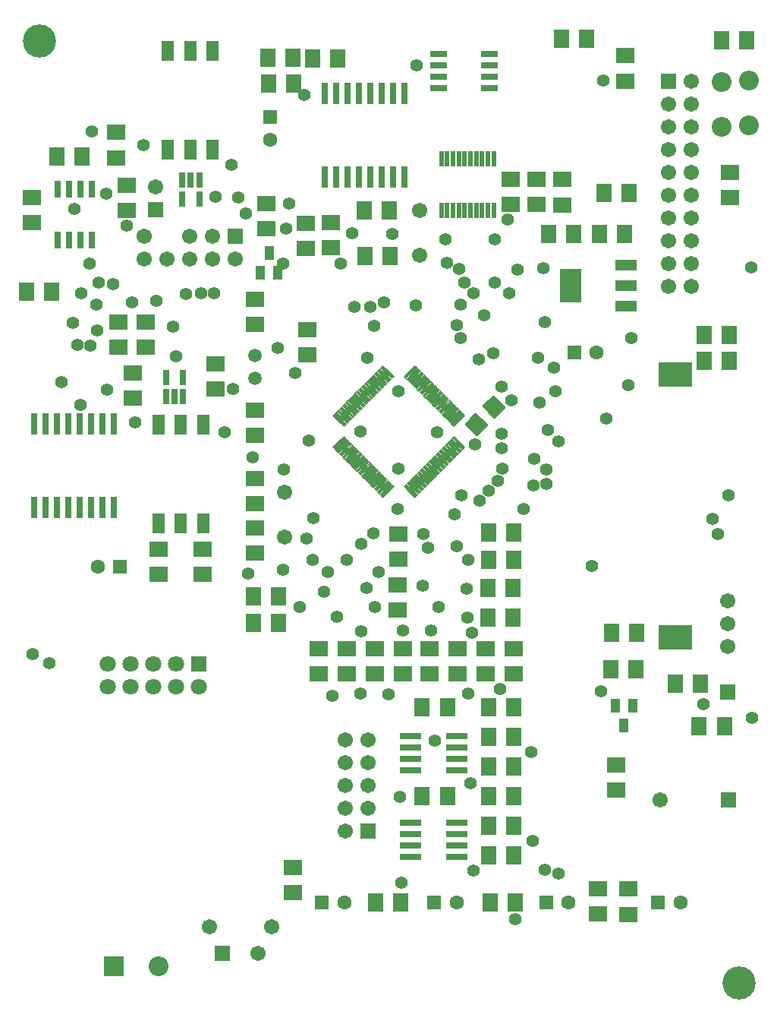
<source format=gts>
%FSLAX43Y43*%
%MOMM*%
G71*
G01*
G75*
%ADD10C,0.300*%
%ADD11R,1.600X1.800*%
%ADD12R,1.800X1.600*%
%ADD13R,3.500X2.600*%
%ADD14R,2.200X0.550*%
%ADD15R,2.200X0.550*%
%ADD16R,0.300X1.600*%
%ADD17C,0.075*%
%ADD18R,0.600X2.150*%
%ADD19R,1.200X2.000*%
%ADD20R,0.550X1.450*%
%ADD21R,0.550X1.450*%
%ADD22R,0.600X1.700*%
%ADD23R,0.850X1.300*%
%ADD24R,0.600X2.150*%
%ADD25R,1.700X0.600*%
%ADD26R,2.150X1.100*%
%ADD27R,2.150X1.100*%
%ADD28R,2.150X3.500*%
%ADD29C,0.400*%
%ADD30C,0.600*%
%ADD31C,0.500*%
%ADD32C,0.800*%
%ADD33C,1.600*%
%ADD34C,1.600*%
%ADD35R,1.600X1.600*%
%ADD36C,3.500*%
%ADD37C,2.000*%
%ADD38R,2.000X2.000*%
%ADD39R,1.400X1.400*%
%ADD40C,1.400*%
%ADD41C,1.300*%
%ADD42R,1.500X1.500*%
%ADD43C,1.500*%
%ADD44C,1.500*%
%ADD45C,1.200*%
%ADD46R,1.803X2.003*%
%ADD47R,2.003X1.803*%
%ADD48R,3.703X2.803*%
%ADD49R,2.403X0.753*%
%ADD50R,2.403X0.753*%
%ADD51R,0.503X1.803*%
%ADD52R,0.803X2.353*%
%ADD53R,1.403X2.203*%
%ADD54R,0.753X1.653*%
%ADD55R,0.753X1.653*%
%ADD56R,0.803X1.903*%
%ADD57R,1.053X1.503*%
%ADD58R,0.803X2.353*%
%ADD59R,1.903X0.803*%
%ADD60R,2.353X1.303*%
%ADD61R,2.353X1.303*%
%ADD62R,2.353X3.703*%
%ADD63C,1.803*%
%ADD64C,1.803*%
%ADD65R,1.803X1.803*%
%ADD66C,3.703*%
%ADD67C,2.203*%
%ADD68R,2.203X2.203*%
%ADD69R,1.603X1.603*%
%ADD70C,1.603*%
%ADD71C,1.503*%
%ADD72R,1.703X1.703*%
%ADD73C,1.703*%
%ADD74C,1.703*%
%ADD75C,1.403*%
D17*
X36477Y62934D02*
X36174Y63236D01*
X37396Y64458D01*
X37699Y64156D01*
X36477Y62934D01*
Y63022D02*
X36263Y63236D01*
X37396Y64370D01*
X37611Y64156D01*
X36477Y63022D01*
Y63110D02*
X36351Y63236D01*
X37396Y64282D01*
X37522Y64156D01*
X36477Y63110D01*
Y63199D02*
X36440Y63236D01*
X37396Y64193D01*
X37434Y64156D01*
X36477Y63199D01*
X36512Y63253D02*
X37362Y64139D01*
X36831Y62580D02*
X36528Y62883D01*
X37750Y64105D01*
X38053Y63802D01*
X36831Y62580D01*
Y62668D02*
X36616Y62883D01*
X37750Y64016D01*
X37964Y63802D01*
X36831Y62668D01*
Y62757D02*
X36705Y62883D01*
X37750Y63928D01*
X37876Y63802D01*
X36831Y62757D01*
Y62845D02*
X36793Y62883D01*
X37750Y63840D01*
X37788Y63802D01*
X36831Y62845D01*
X36865Y62899D02*
X37716Y63786D01*
X37184Y62226D02*
X36881Y62529D01*
X38104Y63751D01*
X38406Y63449D01*
X37184Y62226D01*
Y62315D02*
X36970Y62529D01*
X38104Y63663D01*
X38318Y63449D01*
X37184Y62315D01*
Y62403D02*
X37058Y62529D01*
X38104Y63575D01*
X38230Y63449D01*
X37184Y62403D01*
Y62492D02*
X37147Y62529D01*
X38104Y63486D01*
X38141Y63449D01*
X37184Y62492D01*
X37219Y62546D02*
X38069Y63432D01*
X37538Y61873D02*
X37235Y62176D01*
X38457Y63398D01*
X38760Y63095D01*
X37538Y61873D01*
Y61961D02*
X37323Y62176D01*
X38457Y63309D01*
X38671Y63095D01*
X37538Y61961D01*
Y62050D02*
X37412Y62176D01*
X38457Y63221D01*
X38583Y63095D01*
X37538Y62050D01*
Y62138D02*
X37500Y62176D01*
X38457Y63133D01*
X38495Y63095D01*
X37538Y62138D01*
X37572Y62192D02*
X38423Y63079D01*
X37891Y61519D02*
X37589Y61822D01*
X38811Y63044D01*
X39113Y62741D01*
X37891Y61519D01*
Y61608D02*
X37677Y61822D01*
X38811Y62956D01*
X39025Y62741D01*
X37891Y61608D01*
Y61696D02*
X37765Y61822D01*
X38811Y62867D01*
X38937Y62741D01*
X37891Y61696D01*
Y61785D02*
X37854Y61822D01*
X38811Y62779D01*
X38848Y62741D01*
X37891Y61785D01*
X37926Y61839D02*
X38776Y62725D01*
X38245Y61166D02*
X37942Y61469D01*
X39164Y62691D01*
X39467Y62388D01*
X38245Y61166D01*
Y61254D02*
X38031Y61469D01*
X39164Y62602D01*
X39379Y62388D01*
X38245Y61254D01*
Y61343D02*
X38119Y61469D01*
X39164Y62514D01*
X39290Y62388D01*
X38245Y61343D01*
Y61431D02*
X38207Y61469D01*
X39164Y62425D01*
X39202Y62388D01*
X38245Y61431D01*
X38279Y61485D02*
X39130Y62371D01*
X38598Y60812D02*
X38296Y61115D01*
X39518Y62337D01*
X39821Y62034D01*
X38598Y60812D01*
Y60901D02*
X38384Y61115D01*
X39518Y62249D01*
X39732Y62034D01*
X38598Y60901D01*
Y60989D02*
X38472Y61115D01*
X39518Y62160D01*
X39644Y62034D01*
X38598Y60989D01*
Y61077D02*
X38561Y61115D01*
X39518Y62072D01*
X39555Y62034D01*
X38598Y61077D01*
X38633Y61131D02*
X39483Y62018D01*
X39659Y59752D02*
X39356Y60054D01*
X40578Y61276D01*
X40881Y60974D01*
X39659Y59752D01*
Y59840D02*
X39445Y60054D01*
X40578Y61188D01*
X40793Y60974D01*
X39659Y59840D01*
Y59928D02*
X39533Y60054D01*
X40578Y61100D01*
X40704Y60974D01*
X39659Y59928D01*
Y60017D02*
X39621Y60054D01*
X40578Y61011D01*
X40616Y60974D01*
X39659Y60017D01*
X39693Y60071D02*
X40544Y60957D01*
X40013Y59398D02*
X39710Y59701D01*
X40932Y60923D01*
X41235Y60620D01*
X40013Y59398D01*
Y59486D02*
X39798Y59701D01*
X40932Y60834D01*
X41146Y60620D01*
X40013Y59486D01*
Y59575D02*
X39887Y59701D01*
X40932Y60746D01*
X41058Y60620D01*
X40013Y59575D01*
Y59663D02*
X39975Y59701D01*
X40932Y60658D01*
X40970Y60620D01*
X40013Y59663D01*
X40047Y59717D02*
X40898Y60604D01*
X40366Y59045D02*
X40063Y59347D01*
X41285Y60569D01*
X41588Y60267D01*
X40366Y59045D01*
Y59133D02*
X40152Y59347D01*
X41285Y60481D01*
X41500Y60267D01*
X40366Y59133D01*
Y59221D02*
X40240Y59347D01*
X41285Y60393D01*
X41411Y60267D01*
X40366Y59221D01*
Y59310D02*
X40329Y59347D01*
X41285Y60304D01*
X41323Y60267D01*
X40366Y59310D01*
X40401Y59364D02*
X41251Y60250D01*
X40720Y58691D02*
X40417Y58994D01*
X41639Y60216D01*
X41942Y59913D01*
X40720Y58691D01*
Y58779D02*
X40505Y58994D01*
X41639Y60127D01*
X41853Y59913D01*
X40720Y58779D01*
Y58868D02*
X40594Y58994D01*
X41639Y60039D01*
X41765Y59913D01*
X40720Y58868D01*
Y58956D02*
X40682Y58994D01*
X41639Y59951D01*
X41677Y59913D01*
X40720Y58956D01*
X40754Y59010D02*
X41605Y59897D01*
X41427Y57984D02*
X41124Y58287D01*
X42346Y59509D01*
X42649Y59206D01*
X41427Y57984D01*
Y58072D02*
X41213Y58287D01*
X42346Y59420D01*
X42561Y59206D01*
X41427Y58072D01*
Y58161D02*
X41301Y58287D01*
X42346Y59332D01*
X42472Y59206D01*
X41427Y58161D01*
Y58249D02*
X41389Y58287D01*
X42346Y59243D01*
X42384Y59206D01*
X41427Y58249D01*
X41461Y58303D02*
X42312Y59189D01*
X45972Y58287D02*
X45670Y57984D01*
X44448Y59206D01*
X44750Y59509D01*
X45972Y58287D01*
X45884D02*
X45670Y58072D01*
X44536Y59206D01*
X44750Y59420D01*
X45884Y58287D01*
X45796D02*
X45670Y58161D01*
X44624Y59206D01*
X44750Y59332D01*
X45796Y58287D01*
X45707D02*
X45670Y58249D01*
X44713Y59206D01*
X44750Y59243D01*
X45707Y58287D01*
X45653Y58321D02*
X44767Y59172D01*
X46326Y58640D02*
X46023Y58337D01*
X44801Y59559D01*
X45104Y59862D01*
X46326Y58640D01*
X46237D02*
X46023Y58426D01*
X44889Y59559D01*
X45104Y59774D01*
X46237Y58640D01*
X46149D02*
X46023Y58514D01*
X44978Y59559D01*
X45104Y59685D01*
X46149Y58640D01*
X46061D02*
X46023Y58603D01*
X45066Y59559D01*
X45104Y59597D01*
X46061Y58640D01*
X46007Y58675D02*
X45120Y59525D01*
X47033Y59347D02*
X46730Y59044D01*
X45508Y60267D01*
X45811Y60569D01*
X47033Y59347D01*
X46945D02*
X46730Y59133D01*
X45597Y60267D01*
X45811Y60481D01*
X46945Y59347D01*
X46856D02*
X46730Y59221D01*
X45685Y60267D01*
X45811Y60393D01*
X46856Y59347D01*
X46768D02*
X46730Y59310D01*
X45773Y60267D01*
X45811Y60304D01*
X46768Y59347D01*
X46714Y59382D02*
X45827Y60232D01*
X47387Y59701D02*
X47084Y59398D01*
X45862Y60620D01*
X46164Y60923D01*
X47387Y59701D01*
X47298D02*
X47084Y59486D01*
X45950Y60620D01*
X46164Y60835D01*
X47298Y59701D01*
X47210D02*
X47084Y59575D01*
X46038Y60620D01*
X46164Y60746D01*
X47210Y59701D01*
X47121D02*
X47084Y59663D01*
X46127Y60620D01*
X46164Y60658D01*
X47121Y59701D01*
X47067Y59735D02*
X46181Y60586D01*
X48094Y60408D02*
X47791Y60105D01*
X46569Y61327D01*
X46872Y61630D01*
X48094Y60408D01*
X48005D02*
X47791Y60193D01*
X46657Y61327D01*
X46872Y61542D01*
X48005Y60408D01*
X47917D02*
X47791Y60282D01*
X46746Y61327D01*
X46872Y61453D01*
X47917Y60408D01*
X47828D02*
X47791Y60370D01*
X46834Y61327D01*
X46872Y61365D01*
X47828Y60408D01*
X47774Y60442D02*
X46888Y61293D01*
X48447Y60762D02*
X48144Y60459D01*
X46922Y61681D01*
X47225Y61984D01*
X48447Y60762D01*
X48359D02*
X48144Y60547D01*
X47011Y61681D01*
X47225Y61895D01*
X48359Y60762D01*
X48270D02*
X48144Y60635D01*
X47099Y61681D01*
X47225Y61807D01*
X48270Y60762D01*
X48182D02*
X48144Y60724D01*
X47188Y61681D01*
X47225Y61718D01*
X48182Y60762D01*
X48128Y60796D02*
X47242Y61646D01*
X48801Y61115D02*
X48498Y60812D01*
X47276Y62034D01*
X47579Y62337D01*
X48801Y61115D01*
X48712D02*
X48498Y60901D01*
X47364Y62034D01*
X47579Y62249D01*
X48712Y61115D01*
X48624D02*
X48498Y60989D01*
X47453Y62034D01*
X47579Y62160D01*
X48624Y61115D01*
X48536D02*
X48498Y61077D01*
X47541Y62034D01*
X47579Y62072D01*
X48536Y61115D01*
X48482Y61149D02*
X47595Y62000D01*
X49154Y61469D02*
X48852Y61166D01*
X47630Y62388D01*
X47932Y62691D01*
X49154Y61469D01*
X49066D02*
X48852Y61254D01*
X47718Y62388D01*
X47932Y62602D01*
X49066Y61469D01*
X48978D02*
X48852Y61343D01*
X47806Y62388D01*
X47932Y62514D01*
X48978Y61469D01*
X48889D02*
X48852Y61431D01*
X47895Y62388D01*
X47932Y62425D01*
X48889Y61469D01*
X48835Y61503D02*
X47949Y62353D01*
X49861Y62176D02*
X49559Y61873D01*
X48337Y63095D01*
X48639Y63398D01*
X49861Y62176D01*
X49773D02*
X49559Y61961D01*
X48425Y63095D01*
X48639Y63309D01*
X49773Y62176D01*
X49685D02*
X49559Y62050D01*
X48513Y63095D01*
X48639Y63221D01*
X49685Y62176D01*
X49596D02*
X49559Y62138D01*
X48602Y63095D01*
X48639Y63133D01*
X49596Y62176D01*
X49542Y62210D02*
X48656Y63061D01*
X50215Y62529D02*
X49912Y62226D01*
X48690Y63449D01*
X48993Y63751D01*
X50215Y62529D01*
X50127D02*
X49912Y62315D01*
X48779Y63449D01*
X48993Y63663D01*
X50127Y62529D01*
X50038D02*
X49912Y62403D01*
X48867Y63449D01*
X48993Y63575D01*
X50038Y62529D01*
X49950D02*
X49912Y62492D01*
X48955Y63449D01*
X48993Y63486D01*
X49950Y62529D01*
X49896Y62564D02*
X49009Y63414D01*
X50569Y62883D02*
X50266Y62580D01*
X49044Y63802D01*
X49347Y64105D01*
X50569Y62883D01*
X50480D02*
X50266Y62668D01*
X49132Y63802D01*
X49347Y64016D01*
X50480Y62883D01*
X50392D02*
X50266Y62757D01*
X49221Y63802D01*
X49347Y63928D01*
X50392Y62883D01*
X50303D02*
X50266Y62845D01*
X49309Y63802D01*
X49347Y63840D01*
X50303Y62883D01*
X50249Y62917D02*
X49363Y63768D01*
X50922Y63236D02*
X50619Y62934D01*
X49397Y64156D01*
X49700Y64458D01*
X50922Y63236D01*
X50834D02*
X50619Y63022D01*
X49486Y64156D01*
X49700Y64370D01*
X50834Y63236D01*
X50745D02*
X50619Y63110D01*
X49574Y64156D01*
X49700Y64282D01*
X50745Y63236D01*
X50657D02*
X50619Y63199D01*
X49662Y64156D01*
X49700Y64193D01*
X50657Y63236D01*
X50603Y63271D02*
X49716Y64121D01*
X44397Y70853D02*
X44094Y71156D01*
X45316Y72378D01*
X45619Y72075D01*
X44397Y70853D01*
Y70942D02*
X44182Y71156D01*
X45316Y72290D01*
X45530Y72075D01*
X44397Y70942D01*
Y71030D02*
X44271Y71156D01*
X45316Y72201D01*
X45442Y72075D01*
X44397Y71030D01*
Y71118D02*
X44359Y71156D01*
X45316Y72113D01*
X45354Y72075D01*
X44397Y71118D01*
X44431Y71172D02*
X45282Y72059D01*
X44750Y70500D02*
X44448Y70802D01*
X45670Y72024D01*
X45972Y71722D01*
X44750Y70500D01*
Y70588D02*
X44536Y70802D01*
X45670Y71936D01*
X45884Y71722D01*
X44750Y70588D01*
Y70676D02*
X44624Y70802D01*
X45670Y71848D01*
X45796Y71722D01*
X44750Y70676D01*
Y70765D02*
X44713Y70802D01*
X45670Y71759D01*
X45707Y71722D01*
X44750Y70765D01*
X44785Y70819D02*
X45635Y71705D01*
X45104Y70146D02*
X44801Y70449D01*
X46023Y71671D01*
X46326Y71368D01*
X45104Y70146D01*
Y70234D02*
X44889Y70449D01*
X46023Y71582D01*
X46237Y71368D01*
X45104Y70234D01*
Y70323D02*
X44978Y70449D01*
X46023Y71494D01*
X46149Y71368D01*
X45104Y70323D01*
Y70411D02*
X45066Y70449D01*
X46023Y71406D01*
X46061Y71368D01*
X45104Y70411D01*
X45138Y70465D02*
X45989Y71352D01*
X45457Y69793D02*
X45155Y70095D01*
X46377Y71317D01*
X46679Y71015D01*
X45457Y69793D01*
Y69881D02*
X45243Y70095D01*
X46377Y71229D01*
X46591Y71015D01*
X45457Y69881D01*
Y69969D02*
X45331Y70095D01*
X46377Y71141D01*
X46503Y71015D01*
X45457Y69969D01*
Y70058D02*
X45420Y70095D01*
X46377Y71052D01*
X46414Y71015D01*
X45457Y70058D01*
X45492Y70112D02*
X46342Y70998D01*
X45811Y69439D02*
X45508Y69742D01*
X46730Y70964D01*
X47033Y70661D01*
X45811Y69439D01*
Y69527D02*
X45597Y69742D01*
X46730Y70875D01*
X46945Y70661D01*
X45811Y69527D01*
Y69616D02*
X45685Y69742D01*
X46730Y70787D01*
X46856Y70661D01*
X45811Y69616D01*
Y69704D02*
X45773Y69742D01*
X46730Y70699D01*
X46768Y70661D01*
X45811Y69704D01*
X45845Y69758D02*
X46696Y70645D01*
X46165Y69085D02*
X45862Y69388D01*
X47084Y70610D01*
X47387Y70307D01*
X46165Y69085D01*
Y69174D02*
X45950Y69388D01*
X47084Y70522D01*
X47298Y70307D01*
X46165Y69174D01*
Y69262D02*
X46039Y69388D01*
X47084Y70433D01*
X47210Y70307D01*
X46165Y69262D01*
Y69351D02*
X46127Y69388D01*
X47084Y70345D01*
X47121Y70307D01*
X46165Y69351D01*
X46199Y69405D02*
X47049Y70291D01*
X46518Y68732D02*
X46215Y69035D01*
X47437Y70257D01*
X47740Y69954D01*
X46518Y68732D01*
Y68820D02*
X46304Y69035D01*
X47437Y70168D01*
X47652Y69954D01*
X46518Y68820D01*
Y68909D02*
X46392Y69035D01*
X47437Y70080D01*
X47563Y69954D01*
X46518Y68909D01*
Y68997D02*
X46480Y69035D01*
X47437Y69992D01*
X47475Y69954D01*
X46518Y68997D01*
X46552Y69051D02*
X47403Y69937D01*
X46872Y68378D02*
X46569Y68681D01*
X47791Y69903D01*
X48094Y69600D01*
X46872Y68378D01*
Y68467D02*
X46657Y68681D01*
X47791Y69815D01*
X48005Y69600D01*
X46872Y68467D01*
Y68555D02*
X46746Y68681D01*
X47791Y69726D01*
X47917Y69600D01*
X46872Y68555D01*
Y68643D02*
X46834Y68681D01*
X47791Y69638D01*
X47828Y69600D01*
X46872Y68643D01*
X46906Y68698D02*
X47757Y69584D01*
X47225Y68025D02*
X46922Y68328D01*
X48144Y69550D01*
X48447Y69247D01*
X47225Y68025D01*
Y68113D02*
X47011Y68328D01*
X48144Y69461D01*
X48359Y69247D01*
X47225Y68113D01*
Y68202D02*
X47099Y68328D01*
X48144Y69373D01*
X48270Y69247D01*
X47225Y68202D01*
Y68290D02*
X47188Y68328D01*
X48144Y69284D01*
X48182Y69247D01*
X47225Y68290D01*
X47260Y68344D02*
X48110Y69230D01*
X47579Y67671D02*
X47276Y67974D01*
X48498Y69196D01*
X48801Y68893D01*
X47579Y67671D01*
Y67760D02*
X47364Y67974D01*
X48498Y69108D01*
X48712Y68893D01*
X47579Y67760D01*
Y67848D02*
X47453Y67974D01*
X48498Y69019D01*
X48624Y68893D01*
X47579Y67848D01*
Y67936D02*
X47541Y67974D01*
X48498Y68931D01*
X48536Y68893D01*
X47579Y67936D01*
X47613Y67990D02*
X48464Y68877D01*
X47932Y67318D02*
X47630Y67620D01*
X48852Y68842D01*
X49154Y68540D01*
X47932Y67318D01*
Y67406D02*
X47718Y67620D01*
X48852Y68754D01*
X49066Y68540D01*
X47932Y67406D01*
Y67494D02*
X47806Y67620D01*
X48852Y68666D01*
X48978Y68540D01*
X47932Y67494D01*
Y67583D02*
X47895Y67620D01*
X48852Y68577D01*
X48889Y68540D01*
X47932Y67583D01*
X47967Y67637D02*
X48817Y68523D01*
X48286Y66964D02*
X47983Y67267D01*
X49205Y68489D01*
X49508Y68186D01*
X48286Y66964D01*
Y67052D02*
X48071Y67267D01*
X49205Y68401D01*
X49420Y68186D01*
X48286Y67052D01*
Y67141D02*
X48160Y67267D01*
X49205Y68312D01*
X49331Y68186D01*
X48286Y67141D01*
Y67229D02*
X48248Y67267D01*
X49205Y68224D01*
X49243Y68186D01*
X48286Y67229D01*
X48320Y67283D02*
X49171Y68170D01*
X48639Y66611D02*
X48337Y66913D01*
X49559Y68135D01*
X49861Y67833D01*
X48639Y66611D01*
Y66699D02*
X48425Y66913D01*
X49559Y68047D01*
X49773Y67833D01*
X48639Y66699D01*
Y66787D02*
X48513Y66913D01*
X49559Y67959D01*
X49685Y67833D01*
X48639Y66787D01*
Y66876D02*
X48602Y66913D01*
X49559Y67870D01*
X49596Y67833D01*
X48639Y66876D01*
X48674Y66930D02*
X49524Y67816D01*
X48993Y66257D02*
X48690Y66560D01*
X49912Y67782D01*
X50215Y67479D01*
X48993Y66257D01*
Y66345D02*
X48779Y66560D01*
X49912Y67693D01*
X50127Y67479D01*
X48993Y66345D01*
Y66434D02*
X48867Y66560D01*
X49912Y67605D01*
X50038Y67479D01*
X48993Y66434D01*
Y66522D02*
X48955Y66560D01*
X49912Y67517D01*
X49950Y67479D01*
X48993Y66522D01*
X49027Y66576D02*
X49878Y67463D01*
X49347Y65903D02*
X49044Y66206D01*
X50266Y67428D01*
X50569Y67125D01*
X49347Y65903D01*
Y65992D02*
X49132Y66206D01*
X50266Y67340D01*
X50480Y67125D01*
X49347Y65992D01*
Y66080D02*
X49221Y66206D01*
X50266Y67251D01*
X50392Y67125D01*
X49347Y66080D01*
Y66169D02*
X49309Y66206D01*
X50266Y67163D01*
X50303Y67125D01*
X49347Y66169D01*
X49381Y66223D02*
X50231Y67109D01*
X37699Y65853D02*
X37396Y65550D01*
X36174Y66772D01*
X36477Y67075D01*
X37699Y65853D01*
X37611D02*
X37396Y65638D01*
X36263Y66772D01*
X36477Y66986D01*
X37611Y65853D01*
X37522D02*
X37396Y65727D01*
X36351Y66772D01*
X36477Y66898D01*
X37522Y65853D01*
X37434D02*
X37396Y65815D01*
X36440Y66772D01*
X36477Y66810D01*
X37434Y65853D01*
X37380Y65887D02*
X36494Y66738D01*
X38053Y66206D02*
X37750Y65903D01*
X36528Y67125D01*
X36831Y67428D01*
X38053Y66206D01*
X37964D02*
X37750Y65992D01*
X36616Y67125D01*
X36831Y67340D01*
X37964Y66206D01*
X37876D02*
X37750Y66080D01*
X36705Y67125D01*
X36831Y67251D01*
X37876Y66206D01*
X37788D02*
X37750Y66169D01*
X36793Y67125D01*
X36831Y67163D01*
X37788Y66206D01*
X37734Y66241D02*
X36847Y67091D01*
X38406Y66560D02*
X38104Y66257D01*
X36881Y67479D01*
X37184Y67782D01*
X38406Y66560D01*
X38318D02*
X38104Y66345D01*
X36970Y67479D01*
X37184Y67693D01*
X38318Y66560D01*
X38230D02*
X38104Y66434D01*
X37058Y67479D01*
X37184Y67605D01*
X38230Y66560D01*
X38141D02*
X38104Y66522D01*
X37147Y67479D01*
X37184Y67517D01*
X38141Y66560D01*
X38087Y66594D02*
X37201Y67445D01*
X38760Y66913D02*
X38457Y66611D01*
X37235Y67833D01*
X37538Y68135D01*
X38760Y66913D01*
X38671D02*
X38457Y66699D01*
X37323Y67833D01*
X37538Y68047D01*
X38671Y66913D01*
X38583D02*
X38457Y66787D01*
X37412Y67833D01*
X37538Y67959D01*
X38583Y66913D01*
X38495D02*
X38457Y66876D01*
X37500Y67833D01*
X37538Y67870D01*
X38495Y66913D01*
X38441Y66948D02*
X37554Y67798D01*
X39113Y67267D02*
X38811Y66964D01*
X37589Y68186D01*
X37891Y68489D01*
X39113Y67267D01*
X39025D02*
X38811Y67052D01*
X37677Y68186D01*
X37891Y68401D01*
X39025Y67267D01*
X38937D02*
X38811Y67141D01*
X37765Y68186D01*
X37891Y68312D01*
X38937Y67267D01*
X38848D02*
X38811Y67229D01*
X37854Y68186D01*
X37891Y68224D01*
X38848Y67267D01*
X38794Y67301D02*
X37908Y68152D01*
X39467Y67620D02*
X39164Y67318D01*
X37942Y68540D01*
X38245Y68842D01*
X39467Y67620D01*
X39379D02*
X39164Y67406D01*
X38031Y68540D01*
X38245Y68754D01*
X39379Y67620D01*
X39290D02*
X39164Y67494D01*
X38119Y68540D01*
X38245Y68666D01*
X39290Y67620D01*
X39202D02*
X39164Y67583D01*
X38207Y68540D01*
X38245Y68577D01*
X39202Y67620D01*
X39148Y67655D02*
X38261Y68505D01*
X39821Y67974D02*
X39518Y67671D01*
X38296Y68893D01*
X38598Y69196D01*
X39821Y67974D01*
X39732D02*
X39518Y67760D01*
X38384Y68893D01*
X38598Y69108D01*
X39732Y67974D01*
X39644D02*
X39518Y67848D01*
X38472Y68893D01*
X38598Y69019D01*
X39644Y67974D01*
X39555D02*
X39518Y67936D01*
X38561Y68893D01*
X38598Y68931D01*
X39555Y67974D01*
X39501Y68008D02*
X38615Y68859D01*
X40174Y68328D02*
X39871Y68025D01*
X38649Y69247D01*
X38952Y69550D01*
X40174Y68328D01*
X40086D02*
X39871Y68113D01*
X38738Y69247D01*
X38952Y69461D01*
X40086Y68328D01*
X39997D02*
X39871Y68202D01*
X38826Y69247D01*
X38952Y69373D01*
X39997Y68328D01*
X39909D02*
X39871Y68290D01*
X38914Y69247D01*
X38952Y69284D01*
X39909Y68328D01*
X39855Y68362D02*
X38968Y69212D01*
X40528Y68681D02*
X40225Y68378D01*
X39003Y69600D01*
X39306Y69903D01*
X40528Y68681D01*
X40439D02*
X40225Y68467D01*
X39091Y69600D01*
X39306Y69815D01*
X40439Y68681D01*
X40351D02*
X40225Y68555D01*
X39180Y69600D01*
X39306Y69726D01*
X40351Y68681D01*
X40262D02*
X40225Y68643D01*
X39268Y69600D01*
X39306Y69638D01*
X40262Y68681D01*
X40208Y68715D02*
X39322Y69566D01*
X40881Y69035D02*
X40578Y68732D01*
X39356Y69954D01*
X39659Y70257D01*
X40881Y69035D01*
X40793D02*
X40578Y68820D01*
X39445Y69954D01*
X39659Y70168D01*
X40793Y69035D01*
X40704D02*
X40578Y68909D01*
X39533Y69954D01*
X39659Y70080D01*
X40704Y69035D01*
X40616D02*
X40578Y68997D01*
X39622Y69954D01*
X39659Y69992D01*
X40616Y69035D01*
X40562Y69069D02*
X39676Y69920D01*
X41588Y69742D02*
X41285Y69439D01*
X40063Y70661D01*
X40366Y70964D01*
X41588Y69742D01*
X41500D02*
X41285Y69527D01*
X40152Y70661D01*
X40366Y70875D01*
X41500Y69742D01*
X41411D02*
X41285Y69616D01*
X40240Y70661D01*
X40366Y70787D01*
X41411Y69742D01*
X41323D02*
X41285Y69704D01*
X40329Y70661D01*
X40366Y70699D01*
X41323Y69742D01*
X41269Y69776D02*
X40383Y70627D01*
X41942Y70095D02*
X41639Y69793D01*
X40417Y71015D01*
X40720Y71317D01*
X41942Y70095D01*
X41853D02*
X41639Y69881D01*
X40505Y71015D01*
X40720Y71229D01*
X41853Y70095D01*
X41765D02*
X41639Y69969D01*
X40594Y71015D01*
X40720Y71141D01*
X41765Y70095D01*
X41677D02*
X41639Y70058D01*
X40682Y71015D01*
X40720Y71052D01*
X41677Y70095D01*
X41623Y70130D02*
X40736Y70980D01*
X42295Y70449D02*
X41993Y70146D01*
X40771Y71368D01*
X41073Y71671D01*
X42295Y70449D01*
X42207D02*
X41993Y70234D01*
X40859Y71368D01*
X41073Y71583D01*
X42207Y70449D01*
X42119D02*
X41993Y70323D01*
X40947Y71368D01*
X41073Y71494D01*
X42119Y70449D01*
X42030D02*
X41993Y70411D01*
X41036Y71368D01*
X41073Y71406D01*
X42030Y70449D01*
X41976Y70483D02*
X41090Y71334D01*
X42649Y70802D02*
X42346Y70500D01*
X41124Y71722D01*
X41427Y72024D01*
X42649Y70802D01*
X42561D02*
X42346Y70588D01*
X41213Y71722D01*
X41427Y71936D01*
X42561Y70802D01*
X42472D02*
X42346Y70676D01*
X41301Y71722D01*
X41427Y71848D01*
X42472Y70802D01*
X42384D02*
X42346Y70765D01*
X41389Y71722D01*
X41427Y71759D01*
X42384Y70802D01*
X42330Y70837D02*
X41443Y71687D01*
X43002Y71156D02*
X42700Y70853D01*
X41478Y72075D01*
X41780Y72378D01*
X43002Y71156D01*
X42914D02*
X42700Y70942D01*
X41566Y72075D01*
X41780Y72290D01*
X42914Y71156D01*
X42826D02*
X42700Y71030D01*
X41654Y72075D01*
X41780Y72201D01*
X42826Y71156D01*
X42737D02*
X42700Y71118D01*
X41743Y72075D01*
X41780Y72113D01*
X42737Y71156D01*
X42683Y71190D02*
X41797Y72041D01*
X46679Y58994D02*
X46377Y58691D01*
X45155Y59913D01*
X45457Y60216D01*
X46679Y58994D01*
X46591D02*
X46377Y58779D01*
X45243Y59913D01*
X45457Y60127D01*
X46591Y58994D01*
X46503D02*
X46377Y58868D01*
X45331Y59913D01*
X45457Y60039D01*
X46503Y58994D01*
X46414D02*
X46377Y58956D01*
X45420Y59913D01*
X45457Y59951D01*
X46414Y58994D01*
X46360Y59028D02*
X45474Y59879D01*
X45619Y57933D02*
X45316Y57630D01*
X44094Y58852D01*
X44397Y59155D01*
X45619Y57933D01*
X45530D02*
X45316Y57719D01*
X44182Y58852D01*
X44397Y59067D01*
X45530Y57933D01*
X45442D02*
X45316Y57807D01*
X44271Y58852D01*
X44397Y58978D01*
X45442Y57933D01*
X45354D02*
X45316Y57895D01*
X44359Y58852D01*
X44397Y58890D01*
X45354Y57933D01*
X45300Y57967D02*
X44413Y58818D01*
X41780Y57630D02*
X41478Y57933D01*
X42700Y59155D01*
X43002Y58852D01*
X41780Y57630D01*
Y57719D02*
X41566Y57933D01*
X42700Y59067D01*
X42914Y58852D01*
X41780Y57719D01*
Y57807D02*
X41654Y57933D01*
X42700Y58978D01*
X42826Y58852D01*
X41780Y57807D01*
Y57895D02*
X41743Y57933D01*
X42700Y58890D01*
X42737Y58852D01*
X41780Y57895D01*
X41815Y57949D02*
X42665Y58836D01*
X41073Y58337D02*
X40771Y58640D01*
X41993Y59862D01*
X42295Y59559D01*
X41073Y58337D01*
Y58426D02*
X40859Y58640D01*
X41993Y59774D01*
X42207Y59559D01*
X41073Y58426D01*
Y58514D02*
X40947Y58640D01*
X41993Y59685D01*
X42119Y59559D01*
X41073Y58514D01*
Y58603D02*
X41036Y58640D01*
X41993Y59597D01*
X42030Y59559D01*
X41073Y58603D01*
X41108Y58657D02*
X41958Y59543D01*
X47740Y60054D02*
X47437Y59752D01*
X46215Y60974D01*
X46518Y61276D01*
X47740Y60054D01*
X47652D02*
X47437Y59840D01*
X46304Y60974D01*
X46518Y61188D01*
X47652Y60054D01*
X47563D02*
X47437Y59928D01*
X46392Y60974D01*
X46518Y61100D01*
X47563Y60054D01*
X47475D02*
X47437Y60017D01*
X46480Y60974D01*
X46518Y61011D01*
X47475Y60054D01*
X47421Y60089D02*
X46534Y60939D01*
X49700Y65550D02*
X49397Y65853D01*
X50619Y67075D01*
X50922Y66772D01*
X49700Y65550D01*
Y65638D02*
X49486Y65853D01*
X50619Y66986D01*
X50834Y66772D01*
X49700Y65638D01*
Y65727D02*
X49574Y65853D01*
X50619Y66898D01*
X50745Y66772D01*
X49700Y65727D01*
Y65815D02*
X49662Y65853D01*
X50619Y66810D01*
X50657Y66772D01*
X49700Y65815D01*
X49734Y65869D02*
X50585Y66756D01*
X49508Y61822D02*
X49205Y61519D01*
X47983Y62741D01*
X48286Y63044D01*
X49508Y61822D01*
X49420D02*
X49205Y61608D01*
X48071Y62741D01*
X48286Y62956D01*
X49420Y61822D01*
X49331D02*
X49205Y61696D01*
X48160Y62741D01*
X48286Y62867D01*
X49331Y61822D01*
X49243D02*
X49205Y61785D01*
X48248Y62741D01*
X48286Y62779D01*
X49243Y61822D01*
X49189Y61857D02*
X48302Y62707D01*
X41235Y69388D02*
X40932Y69085D01*
X39710Y70307D01*
X40013Y70610D01*
X41235Y69388D01*
X41146D02*
X40932Y69174D01*
X39798Y70307D01*
X40013Y70522D01*
X41146Y69388D01*
X41058D02*
X40932Y69262D01*
X39887Y70307D01*
X40013Y70433D01*
X41058Y69388D01*
X40970D02*
X40932Y69351D01*
X39975Y70307D01*
X40013Y70345D01*
X40970Y69388D01*
X40916Y69423D02*
X40029Y70273D01*
X39306Y60105D02*
X39003Y60408D01*
X40225Y61630D01*
X40528Y61327D01*
X39306Y60105D01*
Y60194D02*
X39091Y60408D01*
X40225Y61542D01*
X40439Y61327D01*
X39306Y60194D01*
Y60282D02*
X39180Y60408D01*
X40225Y61453D01*
X40351Y61327D01*
X39306Y60282D01*
Y60370D02*
X39268Y60408D01*
X40225Y61365D01*
X40262Y61327D01*
X39306Y60370D01*
X39340Y60424D02*
X40190Y61311D01*
X38952Y60459D02*
X38649Y60761D01*
X39871Y61984D01*
X40174Y61681D01*
X38952Y60459D01*
Y60547D02*
X38738Y60761D01*
X39871Y61895D01*
X40086Y61681D01*
X38952Y60547D01*
Y60635D02*
X38826Y60761D01*
X39871Y61807D01*
X39997Y61681D01*
X38952Y60635D01*
Y60724D02*
X38914Y60761D01*
X39871Y61718D01*
X39909Y61681D01*
X38952Y60724D01*
X38986Y60778D02*
X39837Y61664D01*
D29*
X52093Y66836D02*
X53227Y65703D01*
X52235Y64711D01*
X51101Y65844D01*
X52093Y66836D01*
Y66365D02*
X52756Y65703D01*
X52235Y65182D01*
X51573Y65844D01*
X52093Y66365D01*
Y65894D02*
X52284Y65703D01*
X52235Y65653D01*
X52044Y65844D01*
X52093Y65894D01*
X52164Y65791D02*
Y65756D01*
X54073Y68816D02*
X55207Y67683D01*
X54215Y66690D01*
X53081Y67824D01*
X54073Y68816D01*
Y68345D02*
X54736Y67683D01*
X54215Y67162D01*
X53553Y67824D01*
X54073Y68345D01*
Y67873D02*
X54264Y67683D01*
X54215Y67633D01*
X54024Y67824D01*
X54073Y67873D01*
X54144Y67771D02*
Y67735D01*
D46*
X53488Y44243D02*
D03*
X56288Y44243D02*
D03*
X53538Y47543D02*
D03*
X56338Y47543D02*
D03*
X53588Y50693D02*
D03*
X56388Y50693D02*
D03*
X53588Y53743D02*
D03*
X56388Y53743D02*
D03*
X30162Y46607D02*
D03*
X27362D02*
D03*
X30162Y43657D02*
D03*
X27362Y43657D02*
D03*
X80462Y72807D02*
D03*
X77662Y72807D02*
D03*
X80462Y75757D02*
D03*
X77662Y75757D02*
D03*
X43812Y12457D02*
D03*
X56562D02*
D03*
X77205Y36859D02*
D03*
X56412Y30939D02*
D03*
Y21015D02*
D03*
Y27631D02*
D03*
Y17707D02*
D03*
X29005Y103759D02*
D03*
X31805D02*
D03*
X28955Y106606D02*
D03*
X31755D02*
D03*
X5438Y95593D02*
D03*
X67212Y38457D02*
D03*
X70012Y38457D02*
D03*
X70112Y42507D02*
D03*
X39788Y84493D02*
D03*
X2038Y80543D02*
D03*
X79888Y32143D02*
D03*
X77088D02*
D03*
X39738Y89593D02*
D03*
X42588Y84493D02*
D03*
X4838Y80543D02*
D03*
X42538Y89593D02*
D03*
X33988Y106543D02*
D03*
X67312Y42507D02*
D03*
X68788Y86993D02*
D03*
X65988Y86993D02*
D03*
X60262Y86957D02*
D03*
X63062Y86957D02*
D03*
X53612Y34247D02*
D03*
X56412Y34247D02*
D03*
X48988Y34233D02*
D03*
X46188Y34233D02*
D03*
X56412Y24323D02*
D03*
X46188Y24309D02*
D03*
X48988Y24309D02*
D03*
X53612Y24323D02*
D03*
X61712Y108707D02*
D03*
X36788Y106543D02*
D03*
X82388Y108543D02*
D03*
X64512Y108707D02*
D03*
X79588Y108543D02*
D03*
X8238Y95593D02*
D03*
X53612Y17707D02*
D03*
Y27631D02*
D03*
Y21015D02*
D03*
Y30939D02*
D03*
X74405Y36859D02*
D03*
X53762Y12457D02*
D03*
X41012D02*
D03*
X69288Y91543D02*
D03*
X66488Y91543D02*
D03*
D47*
X61807Y93038D02*
D03*
X58957Y93088D02*
D03*
X80507Y91038D02*
D03*
X65793Y14012D02*
D03*
X65793Y11212D02*
D03*
X21709Y51845D02*
D03*
Y49045D02*
D03*
X16809D02*
D03*
X13893Y68712D02*
D03*
X12007Y95488D02*
D03*
Y98288D02*
D03*
X2657Y91038D02*
D03*
X43493Y50762D02*
D03*
X43493Y53562D02*
D03*
X33393Y73512D02*
D03*
X33393Y76312D02*
D03*
X56093Y90312D02*
D03*
X56093Y93112D02*
D03*
X43457Y47888D02*
D03*
X43457Y45088D02*
D03*
X27543Y54212D02*
D03*
X27507Y56888D02*
D03*
X27557Y64538D02*
D03*
X27493Y79712D02*
D03*
X35957Y88238D02*
D03*
X33157Y88188D02*
D03*
X27543Y51412D02*
D03*
X27507Y59688D02*
D03*
X27557Y67338D02*
D03*
X27493Y76912D02*
D03*
X68857Y104038D02*
D03*
X35957Y85438D02*
D03*
X33157Y85388D02*
D03*
X56353Y40762D02*
D03*
X56353Y37962D02*
D03*
X53250Y37955D02*
D03*
Y40755D02*
D03*
X50125Y37938D02*
D03*
Y40738D02*
D03*
X47012D02*
D03*
X43998D02*
D03*
X40884Y37962D02*
D03*
X40884Y40762D02*
D03*
X37770Y37962D02*
D03*
X37770Y40762D02*
D03*
X34643Y37962D02*
D03*
Y40762D02*
D03*
X31793Y16412D02*
D03*
X69143Y13962D02*
D03*
X12257Y77138D02*
D03*
X15357D02*
D03*
X28793Y90362D02*
D03*
X13243Y89612D02*
D03*
X13243Y92412D02*
D03*
X23107Y69688D02*
D03*
Y72488D02*
D03*
X28793Y87562D02*
D03*
X15357Y74338D02*
D03*
X12257D02*
D03*
X31793Y13612D02*
D03*
X43998Y37938D02*
D03*
X47012D02*
D03*
X67857Y25038D02*
D03*
X68857Y106838D02*
D03*
X67857Y27838D02*
D03*
X2657Y88238D02*
D03*
X13893Y71512D02*
D03*
X16809Y51845D02*
D03*
X69143Y11162D02*
D03*
X80507Y93838D02*
D03*
X58957Y90288D02*
D03*
X61807Y90238D02*
D03*
D48*
X74400Y71300D02*
D03*
Y42000D02*
D03*
D49*
X44838Y28510D02*
D03*
Y27240D02*
D03*
X50038Y31050D02*
D03*
Y29780D02*
D03*
Y27240D02*
D03*
X50038Y20080D02*
D03*
Y21350D02*
D03*
X44838Y17540D02*
D03*
Y18810D02*
D03*
X50038Y28510D02*
D03*
X44838Y31050D02*
D03*
D50*
X50038Y17540D02*
D03*
Y18810D02*
D03*
X44838Y20080D02*
D03*
Y21350D02*
D03*
X44838Y29780D02*
D03*
D51*
X50275Y89650D02*
D03*
X51575D02*
D03*
X52225D02*
D03*
X53525D02*
D03*
X54175D02*
D03*
X48325Y95350D02*
D03*
X48975D02*
D03*
X53525D02*
D03*
X54175D02*
D03*
X52875D02*
D03*
X52225D02*
D03*
X51575D02*
D03*
X50925D02*
D03*
X50275D02*
D03*
X49625D02*
D03*
X52875Y89650D02*
D03*
X50925Y89650D02*
D03*
X49625D02*
D03*
X48975D02*
D03*
X48325D02*
D03*
D52*
X2905Y65775D02*
D03*
X4175D02*
D03*
X7985D02*
D03*
X10525D02*
D03*
X11795D02*
D03*
X44195Y93375D02*
D03*
X36575D02*
D03*
X35305D02*
D03*
X37845Y102625D02*
D03*
X40385D02*
D03*
Y93375D02*
D03*
X37845D02*
D03*
X6715Y65775D02*
D03*
X35305Y102625D02*
D03*
X36575D02*
D03*
X44195D02*
D03*
X4175Y56525D02*
D03*
X5445D02*
D03*
X6715D02*
D03*
X7985D02*
D03*
X9255D02*
D03*
X5445Y65775D02*
D03*
X9255D02*
D03*
X42925Y102625D02*
D03*
X41655D02*
D03*
X39115D02*
D03*
X42925Y93375D02*
D03*
X41655D02*
D03*
X39115D02*
D03*
D53*
X19250Y65700D02*
D03*
X21750Y65700D02*
D03*
X20300Y96350D02*
D03*
X21750Y54700D02*
D03*
X16750D02*
D03*
Y65700D02*
D03*
X17800Y107350D02*
D03*
X22800D02*
D03*
X17800Y96350D02*
D03*
X22800D02*
D03*
X20300Y107350D02*
D03*
X19250Y54700D02*
D03*
D54*
X17600Y70975D02*
D03*
X19500D02*
D03*
Y68825D02*
D03*
X21300Y90875D02*
D03*
X19400D02*
D03*
X20350Y93025D02*
D03*
X19400D02*
D03*
X21300D02*
D03*
X17600Y68825D02*
D03*
D55*
X18550Y68825D02*
D03*
D56*
X5495Y92000D02*
D03*
X9305Y86300D02*
D03*
X6765Y92000D02*
D03*
Y86300D02*
D03*
X8035Y92000D02*
D03*
X9305D02*
D03*
X5495Y86300D02*
D03*
X8035D02*
D03*
D57*
X67748Y34402D02*
D03*
X69648Y34402D02*
D03*
X30052Y82648D02*
D03*
X28152Y82648D02*
D03*
X29102Y84848D02*
D03*
X68698Y32202D02*
D03*
D58*
X11795Y56525D02*
D03*
X10525D02*
D03*
X2905D02*
D03*
D59*
X48000Y104515D02*
D03*
X53700Y105785D02*
D03*
Y104515D02*
D03*
Y107055D02*
D03*
X48000Y105785D02*
D03*
X53700Y103245D02*
D03*
X48000D02*
D03*
Y107055D02*
D03*
D60*
X68900Y78950D02*
D03*
D61*
X68900Y81250D02*
D03*
Y83550D02*
D03*
D62*
X62700Y81250D02*
D03*
D63*
X11118Y36548D02*
D03*
X13658D02*
D03*
X13658Y39088D02*
D03*
X16198Y36548D02*
D03*
Y39088D02*
D03*
X18738Y36548D02*
D03*
D64*
X11118Y39088D02*
D03*
X18738D02*
D03*
X21278Y36548D02*
D03*
D65*
Y39088D02*
D03*
D66*
X3500Y108500D02*
D03*
X81500Y3500D02*
D03*
D67*
X82600Y104050D02*
D03*
X16750Y5400D02*
D03*
X79600Y103950D02*
D03*
X82600Y99050D02*
D03*
X79600Y98950D02*
D03*
D68*
X11750Y5400D02*
D03*
D69*
X72511Y12492D02*
D03*
X60011D02*
D03*
X47511D02*
D03*
X35011D02*
D03*
X12489Y49858D02*
D03*
X29242Y99989D02*
D03*
X63161Y73792D02*
D03*
D70*
X75011Y12492D02*
D03*
X62511D02*
D03*
X50011D02*
D03*
X37511D02*
D03*
X29242Y97489D02*
D03*
X65661Y73792D02*
D03*
X9989Y49858D02*
D03*
D71*
X27555Y70899D02*
D03*
Y73399D02*
D03*
D72*
X25349Y86762D02*
D03*
X80309Y35942D02*
D03*
X80375Y23900D02*
D03*
X23900Y6800D02*
D03*
X73650Y104000D02*
D03*
X16388Y89695D02*
D03*
X40150Y20450D02*
D03*
D73*
X20269Y86762D02*
D03*
X15189Y84222D02*
D03*
Y86762D02*
D03*
X22809D02*
D03*
X80309Y41022D02*
D03*
X45900Y84592D02*
D03*
X30800Y53192D02*
D03*
X30800Y58192D02*
D03*
X45900Y89592D02*
D03*
X29400Y9800D02*
D03*
X22400D02*
D03*
X27900Y6800D02*
D03*
X76190Y104000D02*
D03*
X73650Y101460D02*
D03*
X76190D02*
D03*
X73650Y98920D02*
D03*
Y96380D02*
D03*
X76190D02*
D03*
X73650Y93840D02*
D03*
X76190D02*
D03*
X73650Y91300D02*
D03*
X76190D02*
D03*
X73650Y88760D02*
D03*
X76190D02*
D03*
X73650Y86220D02*
D03*
X76190D02*
D03*
X73650Y83680D02*
D03*
X76190D02*
D03*
X73650Y81140D02*
D03*
X76190D02*
D03*
X37610Y20450D02*
D03*
Y22990D02*
D03*
Y25530D02*
D03*
Y28070D02*
D03*
X40150Y30610D02*
D03*
X37610D02*
D03*
X16388Y92235D02*
D03*
X40150Y28070D02*
D03*
Y25530D02*
D03*
Y22990D02*
D03*
X76190Y98920D02*
D03*
X72740Y23900D02*
D03*
X80309Y46102D02*
D03*
Y43562D02*
D03*
D74*
X17729Y84222D02*
D03*
X20269D02*
D03*
X22809D02*
D03*
X25349D02*
D03*
D75*
X66350Y104050D02*
D03*
X2700Y40200D02*
D03*
X4550Y39150D02*
D03*
X56850Y83000D02*
D03*
X50300Y83050D02*
D03*
X9900Y76200D02*
D03*
X50500Y75350D02*
D03*
X7200Y77050D02*
D03*
X53050Y77950D02*
D03*
X51900Y80400D02*
D03*
X55850D02*
D03*
X54300Y81550D02*
D03*
X50850Y81600D02*
D03*
X79150Y53550D02*
D03*
X46300D02*
D03*
X78550Y55250D02*
D03*
X40750Y53600D02*
D03*
X51350Y50700D02*
D03*
X37770D02*
D03*
X51250Y44250D02*
D03*
X36700Y44300D02*
D03*
X48000Y45400D02*
D03*
X32550D02*
D03*
X40900D02*
D03*
X57450Y56350D02*
D03*
X49800Y55750D02*
D03*
X80350Y57850D02*
D03*
X50550D02*
D03*
X58600Y58950D02*
D03*
X52600Y57300D02*
D03*
X53600Y58400D02*
D03*
X60000Y59150D02*
D03*
Y60700D02*
D03*
X54600Y59450D02*
D03*
X58700Y61900D02*
D03*
X55150Y60800D02*
D03*
X55050Y63100D02*
D03*
X61350Y63850D02*
D03*
X59900Y16100D02*
D03*
X43900Y14650D02*
D03*
X56550Y10650D02*
D03*
X61400Y15700D02*
D03*
X60200Y65100D02*
D03*
X55000Y64700D02*
D03*
Y69950D02*
D03*
X54100Y73700D02*
D03*
X47800Y64900D02*
D03*
X43500Y69450D02*
D03*
X39250Y65000D02*
D03*
X43500Y60800D02*
D03*
X11700Y81400D02*
D03*
X10050Y81550D02*
D03*
X48950Y83750D02*
D03*
X22950Y80400D02*
D03*
X41950Y79350D02*
D03*
X21500Y80400D02*
D03*
X19800Y80300D02*
D03*
X40850Y76700D02*
D03*
X52500Y73050D02*
D03*
X69200Y70100D02*
D03*
X30100Y74300D02*
D03*
X69550Y75400D02*
D03*
X66150Y36050D02*
D03*
X77600Y34600D02*
D03*
X50000Y76800D02*
D03*
X25650Y91050D02*
D03*
X82850Y83250D02*
D03*
X82950Y33050D02*
D03*
X33000Y102502D02*
D03*
X45550Y105800D02*
D03*
X55750Y88550D02*
D03*
X40050Y73150D02*
D03*
X8100Y80400D02*
D03*
X43998Y42798D02*
D03*
X61050Y69450D02*
D03*
X60850Y72100D02*
D03*
X66750Y66400D02*
D03*
X30650Y83700D02*
D03*
X43450Y56300D02*
D03*
X41350Y49300D02*
D03*
X35650D02*
D03*
X32000Y71500D02*
D03*
X33500Y63950D02*
D03*
X34000Y55350D02*
D03*
X18700Y73350D02*
D03*
X37050Y83650D02*
D03*
X26500Y89300D02*
D03*
X40400Y78850D02*
D03*
X38600D02*
D03*
X25050Y69700D02*
D03*
X33250Y53050D02*
D03*
X13250Y87887D02*
D03*
X51100Y47450D02*
D03*
X50050Y52150D02*
D03*
X46197Y47800D02*
D03*
X39997Y47500D02*
D03*
X39350Y52450D02*
D03*
X33950Y50650D02*
D03*
X35197Y47100D02*
D03*
X30650Y49550D02*
D03*
X26800Y49150D02*
D03*
X47150Y42750D02*
D03*
X51697Y42500D02*
D03*
X46797Y52000D02*
D03*
X65097Y49950D02*
D03*
X51350Y35750D02*
D03*
X54850Y36250D02*
D03*
X42450Y35650D02*
D03*
X39297Y35800D02*
D03*
X39397Y42700D02*
D03*
X36197Y35500D02*
D03*
X43650Y24250D02*
D03*
X51897Y16050D02*
D03*
X58500Y19350D02*
D03*
X58300Y29250D02*
D03*
X51550Y25750D02*
D03*
X47550Y30550D02*
D03*
X31350Y90350D02*
D03*
X30997Y87550D02*
D03*
X38397Y87050D02*
D03*
X42850Y86950D02*
D03*
X48750Y86350D02*
D03*
X54300D02*
D03*
X45497Y79050D02*
D03*
X50497Y79100D02*
D03*
X59697Y83150D02*
D03*
X59850Y77150D02*
D03*
X59100Y73150D02*
D03*
X59250Y68150D02*
D03*
X56150Y68450D02*
D03*
X52097Y63500D02*
D03*
X30697Y60700D02*
D03*
X27297Y62100D02*
D03*
X24097Y64900D02*
D03*
X14150Y65950D02*
D03*
X11050Y69650D02*
D03*
X8050Y67950D02*
D03*
X9797Y79100D02*
D03*
X13797Y79400D02*
D03*
X16500Y79550D02*
D03*
X9050Y83650D02*
D03*
X10897Y91500D02*
D03*
X15050Y96850D02*
D03*
X24897Y94700D02*
D03*
X23097Y91150D02*
D03*
X5900Y70503D02*
D03*
X9150Y74550D02*
D03*
X7750Y74600D02*
D03*
X7350Y89750D02*
D03*
X9300Y98400D02*
D03*
X18400Y76650D02*
D03*
M02*

</source>
